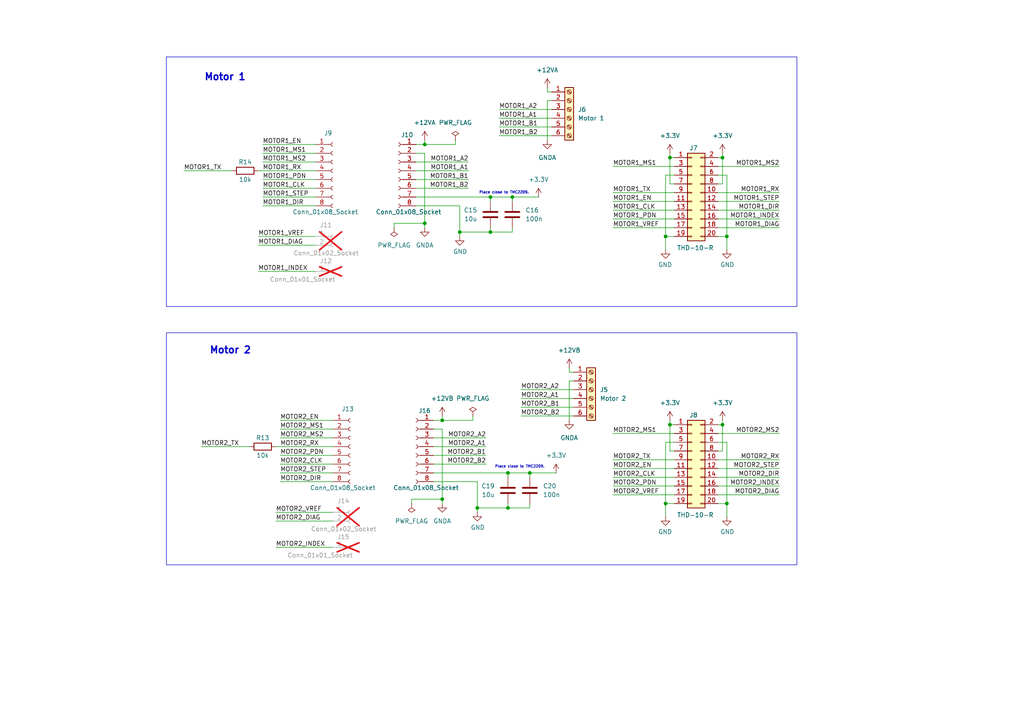
<source format=kicad_sch>
(kicad_sch (version 20250114) (generator "eeschema") (generator_version "9.0")
  (paper "A4")
  (title_block (title "Basic STM32 Redpill") (date "2025-06-20") (rev "0.2") (company "ADS"))
  (lib_symbols
    (symbol "Connector:Conn_01x01_Socket" (pin_names (offset 1.016) (hide yes))
      (property "Reference" "J" (at 0 2.54 0))
      (property "Value" "Conn_01x01_Socket" (at 0 -2.54 0))
      (symbol "Conn_01x01_Socket_1_1"
        (polyline (pts (xy -1.27 0) (xy -0.508 0)) (stroke (width 0.1524)))
        (arc (start 0 -0.508) (mid -0.5058 0) (end 0 0.508) (stroke (width 0.1524)))
        (pin passive line (at -5.08 0 0) (length 3.81) (name "Pin_1") (number "1"))
      )
    )
    (symbol "Connector:Conn_01x02_Socket" (pin_names (offset 1.016) (hide yes))
      (property "Reference" "J" (at 0 2.54 0))
      (property "Value" "Conn_01x02_Socket" (at 0 -5.08 0))
      (symbol "Conn_01x02_Socket_1_1"
        (polyline (pts (xy -1.27 0) (xy -0.508 0)) (stroke (width 0.1524)))
        (polyline (pts (xy -1.27 -2.54) (xy -0.508 -2.54)) (stroke (width 0.1524)))
        (arc (start 0 -0.508) (mid -0.5058 0) (end 0 0.508) (stroke (width 0.1524)))
        (arc (start 0 -3.048) (mid -0.5058 -2.54) (end 0 -2.032) (stroke (width 0.1524)))
        (pin passive line (at -5.08 0 0) (length 3.81) (name "Pin_1") (number "1"))
        (pin passive line (at -5.08 -2.54 0) (length 3.81) (name "Pin_2") (number "2"))
      )
    )
    (symbol "Connector:Conn_01x08_Socket" (pin_names (offset 1.016) (hide yes))
      (property "Reference" "J" (at 0 10.16 0))
      (property "Value" "Conn_01x08_Socket" (at 0 -12.7 0))
      (symbol "Conn_01x08_Socket_1_1"
        (polyline (pts (xy -1.27 7.62) (xy -0.508 7.62)) (stroke (width 0.1524)))
        (polyline (pts (xy -1.27 5.08) (xy -0.508 5.08)) (stroke (width 0.1524)))
        (polyline (pts (xy -1.27 2.54) (xy -0.508 2.54)) (stroke (width 0.1524)))
        (polyline (pts (xy -1.27 0) (xy -0.508 0)) (stroke (width 0.1524)))
        (polyline (pts (xy -1.27 -2.54) (xy -0.508 -2.54)) (stroke (width 0.1524)))
        (polyline (pts (xy -1.27 -5.08) (xy -0.508 -5.08)) (stroke (width 0.1524)))
        (polyline (pts (xy -1.27 -7.62) (xy -0.508 -7.62)) (stroke (width 0.1524)))
        (polyline (pts (xy -1.27 -10.16) (xy -0.508 -10.16)) (stroke (width 0.1524)))
        (arc (start 0 7.112) (mid -0.5058 7.62) (end 0 8.128) (stroke (width 0.1524)))
        (arc (start 0 4.572) (mid -0.5058 5.08) (end 0 5.588) (stroke (width 0.1524)))
        (arc (start 0 2.032) (mid -0.5058 2.54) (end 0 3.048) (stroke (width 0.1524)))
        (arc (start 0 -0.508) (mid -0.5058 0) (end 0 0.508) (stroke (width 0.1524)))
        (arc (start 0 -3.048) (mid -0.5058 -2.54) (end 0 -2.032) (stroke (width 0.1524)))
        (arc (start 0 -5.588) (mid -0.5058 -5.08) (end 0 -4.572) (stroke (width 0.1524)))
        (arc (start 0 -8.128) (mid -0.5058 -7.62) (end 0 -7.112) (stroke (width 0.1524)))
        (arc (start 0 -10.668) (mid -0.5058 -10.16) (end 0 -9.652) (stroke (width 0.1524)))
        (pin passive line (at -5.08 7.62 0) (length 3.81) (name "Pin_1") (number "1"))
        (pin passive line (at -5.08 5.08 0) (length 3.81) (name "Pin_2") (number "2"))
        (pin passive line (at -5.08 2.54 0) (length 3.81) (name "Pin_3") (number "3"))
        (pin passive line (at -5.08 0 0) (length 3.81) (name "Pin_4") (number "4"))
        (pin passive line (at -5.08 -2.54 0) (length 3.81) (name "Pin_5") (number "5"))
        (pin passive line (at -5.08 -5.08 0) (length 3.81) (name "Pin_6") (number "6"))
        (pin passive line (at -5.08 -7.62 0) (length 3.81) (name "Pin_7") (number "7"))
        (pin passive line (at -5.08 -10.16 0) (length 3.81) (name "Pin_8") (number "8"))
      )
    )
    (symbol "Connector:Screw_Terminal_01x06" (pin_names (offset 1.016) (hide yes))
      (property "Reference" "J" (at 0 7.62 0))
      (property "Value" "Screw_Terminal_01x06" (at 0 -10.16 0))
      (symbol "Screw_Terminal_01x06_1_1"
        (rectangle (start -1.27 6.35) (end 1.27 -8.89) (stroke (width 0.254)) (fill (type background)))
        (polyline (pts (xy -0.5334 5.4102) (xy 0.3302 4.572)) (stroke (width 0.1524)))
        (polyline (pts (xy -0.5334 2.8702) (xy 0.3302 2.032)) (stroke (width 0.1524)))
        (polyline (pts (xy -0.5334 0.3302) (xy 0.3302 -0.508)) (stroke (width 0.1524)))
        (polyline (pts (xy -0.5334 -2.2098) (xy 0.3302 -3.048)) (stroke (width 0.1524)))
        (polyline (pts (xy -0.5334 -4.7498) (xy 0.3302 -5.588)) (stroke (width 0.1524)))
        (polyline (pts (xy -0.5334 -7.2898) (xy 0.3302 -8.128)) (stroke (width 0.1524)))
        (polyline (pts (xy -0.3556 5.588) (xy 0.508 4.7498)) (stroke (width 0.1524)))
        (polyline (pts (xy -0.3556 3.048) (xy 0.508 2.2098)) (stroke (width 0.1524)))
        (polyline (pts (xy -0.3556 0.508) (xy 0.508 -0.3302)) (stroke (width 0.1524)))
        (polyline (pts (xy -0.3556 -2.032) (xy 0.508 -2.8702)) (stroke (width 0.1524)))
        (polyline (pts (xy -0.3556 -4.572) (xy 0.508 -5.4102)) (stroke (width 0.1524)))
        (polyline (pts (xy -0.3556 -7.112) (xy 0.508 -7.9502)) (stroke (width 0.1524)))
        (circle (center 0 5.08) (radius 0.635) (stroke (width 0.1524)))
        (circle (center 0 2.54) (radius 0.635) (stroke (width 0.1524)))
        (circle (center 0 0) (radius 0.635) (stroke (width 0.1524)))
        (circle (center 0 -2.54) (radius 0.635) (stroke (width 0.1524)))
        (circle (center 0 -5.08) (radius 0.635) (stroke (width 0.1524)))
        (circle (center 0 -7.62) (radius 0.635) (stroke (width 0.1524)))
        (pin passive line (at -5.08 5.08 0) (length 3.81) (name "Pin_1") (number "1"))
        (pin passive line (at -5.08 2.54 0) (length 3.81) (name "Pin_2") (number "2"))
        (pin passive line (at -5.08 0 0) (length 3.81) (name "Pin_3") (number "3"))
        (pin passive line (at -5.08 -2.54 0) (length 3.81) (name "Pin_4") (number "4"))
        (pin passive line (at -5.08 -5.08 0) (length 3.81) (name "Pin_5") (number "5"))
        (pin passive line (at -5.08 -7.62 0) (length 3.81) (name "Pin_6") (number "6"))
      )
    )
    (symbol "Connector_Generic:Conn_02x10_Odd_Even" (pin_names (offset 1.016) (hide yes))
      (property "Reference" "J" (at 1.27 12.7 0))
      (property "Value" "Conn_02x10_Odd_Even" (at 1.27 -15.24 0))
      (symbol "Conn_02x10_Odd_Even_1_1"
        (rectangle (start -1.27 11.43) (end 3.81 -13.97) (stroke (width 0.254)) (fill (type background)))
        (rectangle (start -1.27 10.287) (end 0 10.033) (stroke (width 0.1524)))
        (rectangle (start -1.27 7.747) (end 0 7.493) (stroke (width 0.1524)))
        (rectangle (start -1.27 5.207) (end 0 4.953) (stroke (width 0.1524)))
        (rectangle (start -1.27 2.667) (end 0 2.413) (stroke (width 0.1524)))
        (rectangle (start -1.27 0.127) (end 0 -0.127) (stroke (width 0.1524)))
        (rectangle (start -1.27 -2.413) (end 0 -2.667) (stroke (width 0.1524)))
        (rectangle (start -1.27 -4.953) (end 0 -5.207) (stroke (width 0.1524)))
        (rectangle (start -1.27 -7.493) (end 0 -7.747) (stroke (width 0.1524)))
        (rectangle (start -1.27 -10.033) (end 0 -10.287) (stroke (width 0.1524)))
        (rectangle (start -1.27 -12.573) (end 0 -12.827) (stroke (width 0.1524)))
        (rectangle (start 3.81 10.287) (end 2.54 10.033) (stroke (width 0.1524)))
        (rectangle (start 3.81 7.747) (end 2.54 7.493) (stroke (width 0.1524)))
        (rectangle (start 3.81 5.207) (end 2.54 4.953) (stroke (width 0.1524)))
        (rectangle (start 3.81 2.667) (end 2.54 2.413) (stroke (width 0.1524)))
        (rectangle (start 3.81 0.127) (end 2.54 -0.127) (stroke (width 0.1524)))
        (rectangle (start 3.81 -2.413) (end 2.54 -2.667) (stroke (width 0.1524)))
        (rectangle (start 3.81 -4.953) (end 2.54 -5.207) (stroke (width 0.1524)))
        (rectangle (start 3.81 -7.493) (end 2.54 -7.747) (stroke (width 0.1524)))
        (rectangle (start 3.81 -10.033) (end 2.54 -10.287) (stroke (width 0.1524)))
        (rectangle (start 3.81 -12.573) (end 2.54 -12.827) (stroke (width 0.1524)))
        (pin passive line (at -5.08 10.16 0) (length 3.81) (name "Pin_1") (number "1"))
        (pin passive line (at -5.08 7.62 0) (length 3.81) (name "Pin_3") (number "3"))
        (pin passive line (at -5.08 5.08 0) (length 3.81) (name "Pin_5") (number "5"))
        (pin passive line (at -5.08 2.54 0) (length 3.81) (name "Pin_7") (number "7"))
        (pin passive line (at -5.08 0 0) (length 3.81) (name "Pin_9") (number "9"))
        (pin passive line (at -5.08 -2.54 0) (length 3.81) (name "Pin_11") (number "11"))
        (pin passive line (at -5.08 -5.08 0) (length 3.81) (name "Pin_13") (number "13"))
        (pin passive line (at -5.08 -7.62 0) (length 3.81) (name "Pin_15") (number "15"))
        (pin passive line (at -5.08 -10.16 0) (length 3.81) (name "Pin_17") (number "17"))
        (pin passive line (at -5.08 -12.7 0) (length 3.81) (name "Pin_19") (number "19"))
        (pin passive line (at 7.62 10.16 180) (length 3.81) (name "Pin_2") (number "2"))
        (pin passive line (at 7.62 7.62 180) (length 3.81) (name "Pin_4") (number "4"))
        (pin passive line (at 7.62 5.08 180) (length 3.81) (name "Pin_6") (number "6"))
        (pin passive line (at 7.62 2.54 180) (length 3.81) (name "Pin_8") (number "8"))
        (pin passive line (at 7.62 0 180) (length 3.81) (name "Pin_10") (number "10"))
        (pin passive line (at 7.62 -2.54 180) (length 3.81) (name "Pin_12") (number "12"))
        (pin passive line (at 7.62 -5.08 180) (length 3.81) (name "Pin_14") (number "14"))
        (pin passive line (at 7.62 -7.62 180) (length 3.81) (name "Pin_16") (number "16"))
        (pin passive line (at 7.62 -10.16 180) (length 3.81) (name "Pin_18") (number "18"))
        (pin passive line (at 7.62 -12.7 180) (length 3.81) (name "Pin_20") (number "20"))
      )
    )
    (symbol "Device:C" (pin_numbers (hide yes)) (pin_names (offset 0.254))
      (property "Reference" "C" (at 0.635 2.54 0))
      (property "Value" "C" (at 0.635 -2.54 0))
      (symbol "C_0_1"
        (polyline (pts (xy -2.032 0.762) (xy 2.032 0.762)) (stroke (width 0.508)))
        (polyline (pts (xy -2.032 -0.762) (xy 2.032 -0.762)) (stroke (width 0.508)))
      )
      (symbol "C_1_1"
        (pin passive line (at 0 3.81 270) (length 2.794) (name "~") (number "1"))
        (pin passive line (at 0 -3.81 90) (length 2.794) (name "~") (number "2"))
      )
    )
    (symbol "Device:R" (pin_numbers (hide yes)) (pin_names (offset 0))
      (property "Reference" "R" (at 2.032 0 90))
      (property "Value" "R" (at 0 0 90))
      (symbol "R_0_1"
        (rectangle (start -1.016 -2.54) (end 1.016 2.54) (stroke (width 0.254)))
      )
      (symbol "R_1_1"
        (pin passive line (at 0 3.81 270) (length 1.27) (name "~") (number "1"))
        (pin passive line (at 0 -3.81 90) (length 1.27) (name "~") (number "2"))
      )
    )
    (symbol "power:+12VA" (power) (pin_numbers (hide yes)) (pin_names (offset 0) (hide yes))
      (property "Value" "+12VA" (at 0 3.556 0))
      (symbol "+12VA_0_1"
        (polyline (pts (xy -0.762 1.27) (xy 0 2.54)))
        (polyline (pts (xy 0 2.54) (xy 0.762 1.27)))
        (polyline (pts (xy 0 0) (xy 0 2.54)))
      )
      (symbol "+12VA_1_1"
        (pin power_in line (at 0 0 90) (length 0) (name "~") (number "1"))
      )
    )
    (symbol "power:+3.3V" (power) (pin_names (offset 0))
      (property "Value" "+3.3V" (at 0 3.556 0))
      (symbol "+3.3V_0_1"
        (polyline (pts (xy -0.762 1.27) (xy 0 2.54)))
        (polyline (pts (xy 0 2.54) (xy 0.762 1.27)))
        (polyline (pts (xy 0 0) (xy 0 2.54)))
      )
      (symbol "+3.3V_1_1"
        (pin power_in line (at 0 0 90) (length 0) (hide yes) (name "+3.3V") (number "1"))
      )
    )
    (symbol "power:GND" (power) (pin_names (offset 0))
      (property "Value" "GND" (at 0 -3.81 0))
      (symbol "GND_0_1"
        (polyline (pts (xy 0 0) (xy 0 -1.27) (xy 1.27 -1.27) (xy 0 -2.54) (xy -1.27 -1.27) (xy 0 -1.27)))
      )
      (symbol "GND_1_1"
        (pin power_in line (at 0 0 270) (length 0) (hide yes) (name "GND") (number "1"))
      )
    )
    (symbol "power:GNDA" (power) (pin_numbers (hide yes)) (pin_names (offset 0) (hide yes))
      (property "Value" "GNDA" (at 0 -3.81 0))
      (symbol "GNDA_0_1"
        (polyline (pts (xy 0 0) (xy 0 -1.27) (xy 1.27 -1.27) (xy 0 -2.54) (xy -1.27 -1.27) (xy 0 -1.27)))
      )
      (symbol "GNDA_1_1"
        (pin power_in line (at 0 0 270) (length 0) (name "~") (number "1"))
      )
    )
    (symbol "power:PWR_FLAG" (power) (pin_numbers (hide yes)) (pin_names (offset 0) (hide yes))
      (property "Value" "PWR_FLAG" (at 0 3.81 0))
      (symbol "PWR_FLAG_0_0"
        (pin power_out line (at 0 0 90) (length 0) (name "~") (number "1"))
      )
      (symbol "PWR_FLAG_0_1"
        (polyline (pts (xy 0 0) (xy 0 1.27) (xy -1.016 1.905) (xy 0 2.54) (xy 1.016 1.905) (xy 0 1.27)))
      )
    )
    (symbol "red_pill:+12VB" (power) (pin_numbers (hide yes)) (pin_names (offset 0) (hide yes))
      (property "Value" "+12VB" (at 0 3.556 0))
      (symbol "+12VB_0_1"
        (polyline (pts (xy -0.762 1.27) (xy 0 2.54)))
        (polyline (pts (xy 0 2.54) (xy 0.762 1.27)))
        (polyline (pts (xy 0 0) (xy 0 2.54)))
      )
      (symbol "+12VB_1_1"
        (pin power_in line (at 0 0 90) (length 0) (name "~") (number "1"))
      )
    )
  )
  (rectangle (start 48.26 96.52) (end 231.14 163.83))
  (rectangle (start 48.26 16.51) (end 231.14 88.9))
  (text "Place close to TMC2209." (at 143.51 135.89 0) (effects (font (size 0.75 0.75)) (justify left bottom)))
  (text "Motor 2" (at 60.706 102.87 0) (effects (font (size 2 2) (thickness 0.4) (bold yes)) (justify left bottom)))
  (text "Motor 1" (at 59.182 23.622 0) (effects (font (size 2 2) (thickness 0.4) (bold yes)) (justify left bottom)))
  (text "Place close to TMC2209." (at 138.938 56.388 0) (effects (font (size 0.75 0.75)) (justify left bottom)))
  (junction (at 194.31 123.19))
  (junction (at 147.32 147.32))
  (junction (at 147.32 137.16))
  (junction (at 128.27 144.78))
  (junction (at 194.31 45.72))
  (junction (at 193.04 146.05))
  (junction (at 193.04 68.58))
  (junction (at 209.55 45.72))
  (junction (at 210.82 68.58))
  (junction (at 209.55 123.19))
  (junction (at 123.19 41.91))
  (junction (at 153.67 137.16))
  (junction (at 148.59 57.15))
  (junction (at 142.24 57.15))
  (junction (at 123.19 64.77))
  (junction (at 128.27 121.92))
  (junction (at 142.24 67.31))
  (junction (at 138.43 147.32))
  (junction (at 210.82 146.05))
  (junction (at 133.35 67.31))
  (wire (pts (xy 120.65 57.15) (xy 142.24 57.15)))
  (wire (pts (xy 148.59 57.15) (xy 148.59 58.42)))
  (wire (pts (xy 123.19 64.77) (xy 123.19 44.45)))
  (wire (pts (xy 210.82 149.86) (xy 210.82 146.05)))
  (wire (pts (xy 195.58 53.34) (xy 194.31 53.34)))
  (wire (pts (xy 209.55 123.19) (xy 209.55 130.81)))
  (wire (pts (xy 165.1 106.68) (xy 165.1 107.95)))
  (wire (pts (xy 208.28 55.88) (xy 226.06 55.88)))
  (wire (pts (xy 148.59 57.15) (xy 156.21 57.15)))
  (wire (pts (xy 125.73 127) (xy 140.97 127)))
  (wire (pts (xy 58.42 129.54) (xy 72.39 129.54)))
  (wire (pts (xy 81.28 134.62) (xy 96.52 134.62)))
  (wire (pts (xy 153.67 137.16) (xy 161.29 137.16)))
  (wire (pts (xy 165.1 110.49) (xy 166.37 110.49)))
  (wire (pts (xy 120.65 46.99) (xy 135.89 46.99)))
  (wire (pts (xy 133.35 59.69) (xy 120.65 59.69)))
  (wire (pts (xy 210.82 72.39) (xy 210.82 68.58)))
  (wire (pts (xy 96.52 148.59) (xy 80.01 148.59)))
  (wire (pts (xy 153.67 146.05) (xy 153.67 147.32)))
  (wire (pts (xy 165.1 107.95) (xy 166.37 107.95)))
  (wire (pts (xy 208.28 60.96) (xy 226.06 60.96)))
  (wire (pts (xy 114.3 64.77) (xy 123.19 64.77)))
  (wire (pts (xy 125.73 134.62) (xy 140.97 134.62)))
  (wire (pts (xy 193.04 68.58) (xy 193.04 72.39)))
  (wire (pts (xy 208.28 63.5) (xy 226.06 63.5)))
  (wire (pts (xy 194.31 123.19) (xy 195.58 123.19)))
  (wire (pts (xy 96.52 151.13) (xy 80.01 151.13)))
  (wire (pts (xy 76.2 57.15) (xy 91.44 57.15)))
  (wire (pts (xy 81.28 132.08) (xy 96.52 132.08)))
  (wire (pts (xy 208.28 138.43) (xy 226.06 138.43)))
  (wire (pts (xy 158.75 40.64) (xy 158.75 29.21)))
  (wire (pts (xy 96.52 158.75) (xy 80.01 158.75)))
  (wire (pts (xy 76.2 44.45) (xy 91.44 44.45)))
  (wire (pts (xy 194.31 121.92) (xy 194.31 123.19)))
  (wire (pts (xy 177.8 140.97) (xy 195.58 140.97)))
  (wire (pts (xy 138.43 147.32) (xy 138.43 139.7)))
  (wire (pts (xy 147.32 147.32) (xy 138.43 147.32)))
  (wire (pts (xy 142.24 67.31) (xy 133.35 67.31)))
  (wire (pts (xy 147.32 137.16) (xy 153.67 137.16)))
  (wire (pts (xy 177.8 63.5) (xy 195.58 63.5)))
  (wire (pts (xy 144.78 39.37) (xy 160.02 39.37)))
  (wire (pts (xy 177.8 66.04) (xy 195.58 66.04)))
  (wire (pts (xy 76.2 54.61) (xy 91.44 54.61)))
  (wire (pts (xy 142.24 66.04) (xy 142.24 67.31)))
  (wire (pts (xy 208.28 123.19) (xy 209.55 123.19)))
  (wire (pts (xy 208.28 48.26) (xy 226.06 48.26)))
  (wire (pts (xy 81.28 124.46) (xy 96.52 124.46)))
  (wire (pts (xy 138.43 139.7) (xy 125.73 139.7)))
  (wire (pts (xy 209.55 45.72) (xy 209.55 53.34)))
  (wire (pts (xy 132.08 40.64) (xy 132.08 41.91)))
  (wire (pts (xy 208.28 53.34) (xy 209.55 53.34)))
  (wire (pts (xy 114.3 66.04) (xy 114.3 64.77)))
  (wire (pts (xy 208.28 143.51) (xy 226.06 143.51)))
  (wire (pts (xy 194.31 45.72) (xy 195.58 45.72)))
  (wire (pts (xy 147.32 146.05) (xy 147.32 147.32)))
  (wire (pts (xy 209.55 45.72) (xy 209.55 44.45)))
  (wire (pts (xy 210.82 50.8) (xy 208.28 50.8)))
  (wire (pts (xy 81.28 139.7) (xy 96.52 139.7)))
  (wire (pts (xy 208.28 68.58) (xy 210.82 68.58)))
  (wire (pts (xy 120.65 49.53) (xy 135.89 49.53)))
  (wire (pts (xy 193.04 50.8) (xy 193.04 68.58)))
  (wire (pts (xy 142.24 57.15) (xy 142.24 58.42)))
  (wire (pts (xy 208.28 66.04) (xy 226.06 66.04)))
  (wire (pts (xy 120.65 52.07) (xy 135.89 52.07)))
  (wire (pts (xy 208.28 135.89) (xy 226.06 135.89)))
  (wire (pts (xy 208.28 45.72) (xy 209.55 45.72)))
  (wire (pts (xy 120.65 54.61) (xy 135.89 54.61)))
  (wire (pts (xy 76.2 52.07) (xy 91.44 52.07)))
  (wire (pts (xy 96.52 127) (xy 81.28 127)))
  (wire (pts (xy 177.8 58.42) (xy 195.58 58.42)))
  (wire (pts (xy 137.16 120.65) (xy 137.16 121.92)))
  (wire (pts (xy 74.93 49.53) (xy 91.44 49.53)))
  (wire (pts (xy 119.38 146.05) (xy 119.38 144.78)))
  (wire (pts (xy 119.38 144.78) (xy 128.27 144.78)))
  (wire (pts (xy 125.73 121.92) (xy 128.27 121.92)))
  (wire (pts (xy 158.75 26.67) (xy 160.02 26.67)))
  (wire (pts (xy 128.27 124.46) (xy 125.73 124.46)))
  (wire (pts (xy 193.04 68.58) (xy 195.58 68.58)))
  (wire (pts (xy 91.44 71.12) (xy 74.93 71.12)))
  (wire (pts (xy 144.78 31.75) (xy 160.02 31.75)))
  (wire (pts (xy 80.01 129.54) (xy 96.52 129.54)))
  (wire (pts (xy 177.8 135.89) (xy 195.58 135.89)))
  (wire (pts (xy 128.27 121.92) (xy 137.16 121.92)))
  (wire (pts (xy 144.78 36.83) (xy 160.02 36.83)))
  (wire (pts (xy 123.19 41.91) (xy 123.19 40.64)))
  (wire (pts (xy 194.31 44.45) (xy 194.31 45.72)))
  (wire (pts (xy 210.82 128.27) (xy 208.28 128.27)))
  (wire (pts (xy 151.13 120.65) (xy 166.37 120.65)))
  (wire (pts (xy 195.58 50.8) (xy 193.04 50.8)))
  (wire (pts (xy 209.55 123.19) (xy 209.55 121.92)))
  (wire (pts (xy 91.44 78.74) (xy 74.93 78.74)))
  (wire (pts (xy 158.75 25.4) (xy 158.75 26.67)))
  (wire (pts (xy 53.34 49.53) (xy 67.31 49.53)))
  (wire (pts (xy 208.28 130.81) (xy 209.55 130.81)))
  (wire (pts (xy 193.04 128.27) (xy 193.04 146.05)))
  (wire (pts (xy 177.8 125.73) (xy 195.58 125.73)))
  (wire (pts (xy 208.28 58.42) (xy 226.06 58.42)))
  (wire (pts (xy 123.19 44.45) (xy 120.65 44.45)))
  (wire (pts (xy 133.35 68.58) (xy 133.35 67.31)))
  (wire (pts (xy 208.28 146.05) (xy 210.82 146.05)))
  (wire (pts (xy 193.04 146.05) (xy 195.58 146.05)))
  (wire (pts (xy 177.8 55.88) (xy 195.58 55.88)))
  (wire (pts (xy 81.28 137.16) (xy 96.52 137.16)))
  (wire (pts (xy 144.78 34.29) (xy 160.02 34.29)))
  (wire (pts (xy 165.1 121.92) (xy 165.1 110.49)))
  (wire (pts (xy 210.82 146.05) (xy 210.82 128.27)))
  (wire (pts (xy 128.27 144.78) (xy 128.27 124.46)))
  (wire (pts (xy 208.28 140.97) (xy 226.06 140.97)))
  (wire (pts (xy 177.8 60.96) (xy 195.58 60.96)))
  (wire (pts (xy 195.58 128.27) (xy 193.04 128.27)))
  (wire (pts (xy 151.13 115.57) (xy 166.37 115.57)))
  (wire (pts (xy 194.31 123.19) (xy 194.31 130.81)))
  (wire (pts (xy 125.73 132.08) (xy 140.97 132.08)))
  (wire (pts (xy 153.67 137.16) (xy 153.67 138.43)))
  (wire (pts (xy 153.67 147.32) (xy 147.32 147.32)))
  (wire (pts (xy 81.28 121.92) (xy 96.52 121.92)))
  (wire (pts (xy 177.8 143.51) (xy 195.58 143.51)))
  (wire (pts (xy 125.73 137.16) (xy 147.32 137.16)))
  (wire (pts (xy 128.27 146.05) (xy 128.27 144.78)))
  (wire (pts (xy 133.35 67.31) (xy 133.35 59.69)))
  (wire (pts (xy 91.44 68.58) (xy 74.93 68.58)))
  (wire (pts (xy 151.13 118.11) (xy 166.37 118.11)))
  (wire (pts (xy 193.04 146.05) (xy 193.04 149.86)))
  (wire (pts (xy 210.82 68.58) (xy 210.82 50.8)))
  (wire (pts (xy 208.28 125.73) (xy 226.06 125.73)))
  (wire (pts (xy 148.59 66.04) (xy 148.59 67.31)))
  (wire (pts (xy 123.19 66.04) (xy 123.19 64.77)))
  (wire (pts (xy 147.32 137.16) (xy 147.32 138.43)))
  (wire (pts (xy 123.19 41.91) (xy 132.08 41.91)))
  (wire (pts (xy 177.8 48.26) (xy 195.58 48.26)))
  (wire (pts (xy 158.75 29.21) (xy 160.02 29.21)))
  (wire (pts (xy 120.65 41.91) (xy 123.19 41.91)))
  (wire (pts (xy 177.8 138.43) (xy 195.58 138.43)))
  (wire (pts (xy 125.73 129.54) (xy 140.97 129.54)))
  (wire (pts (xy 177.8 133.35) (xy 195.58 133.35)))
  (wire (pts (xy 142.24 57.15) (xy 148.59 57.15)))
  (wire (pts (xy 76.2 59.69) (xy 91.44 59.69)))
  (wire (pts (xy 208.28 133.35) (xy 226.06 133.35)))
  (wire (pts (xy 128.27 121.92) (xy 128.27 120.65)))
  (wire (pts (xy 151.13 113.03) (xy 166.37 113.03)))
  (wire (pts (xy 148.59 67.31) (xy 142.24 67.31)))
  (wire (pts (xy 76.2 41.91) (xy 91.44 41.91)))
  (wire (pts (xy 91.44 46.99) (xy 76.2 46.99)))
  (wire (pts (xy 138.43 148.59) (xy 138.43 147.32)))
  (wire (pts (xy 194.31 45.72) (xy 194.31 53.34)))
  (wire (pts (xy 195.58 130.81) (xy 194.31 130.81)))
  (label "MOTOR1_CLK" (at 76.2 54.61 0))
  (label "MOTOR1_B1" (at 144.78 36.83 0))
  (label "MOTOR1_INDEX" (at 226.06 63.5 180))
  (label "MOTOR1_RX" (at 76.2 49.53 0))
  (label "MOTOR1_STEP" (at 76.2 57.15 0))
  (label "MOTOR2_INDEX" (at 80.01 158.75 0))
  (label "MOTOR1_VREF" (at 177.8 66.04 0))
  (label "MOTOR2_MS2" (at 81.28 127 0))
  (label "MOTOR2_DIAG" (at 226.06 143.51 180))
  (label "MOTOR1_MS1" (at 76.2 44.45 0))
  (label "MOTOR2_B2" (at 151.13 120.65 0))
  (label "MOTOR1_CLK" (at 177.8 60.96 0))
  (label "MOTOR2_CLK" (at 177.8 138.43 0))
  (label "MOTOR1_MS2" (at 76.2 46.99 0))
  (label "MOTOR2_MS1" (at 177.8 125.73 0))
  (label "MOTOR1_DIR" (at 76.2 59.69 0))
  (label "MOTOR1_TX" (at 177.8 55.88 0))
  (label "MOTOR2_PDN" (at 81.28 132.08 0))
  (label "MOTOR2_A1" (at 151.13 115.57 0))
  (label "MOTOR2_VREF" (at 177.8 143.51 0))
  (label "MOTOR2_DIR" (at 81.28 139.7 0))
  (label "MOTOR1_A1" (at 144.78 34.29 0))
  (label "MOTOR2_MS2" (at 226.06 125.73 180))
  (label "MOTOR2_MS1" (at 81.28 124.46 0))
  (label "MOTOR2_A1" (at 140.97 129.54 180))
  (label "MOTOR1_MS2" (at 226.06 48.26 180))
  (label "MOTOR2_DIAG" (at 80.01 151.13 0))
  (label "MOTOR2_CLK" (at 81.28 134.62 0))
  (label "MOTOR2_DIR" (at 226.06 138.43 180))
  (label "MOTOR1_MS1" (at 177.8 48.26 0))
  (label "MOTOR2_A2" (at 151.13 113.03 0))
  (label "MOTOR2_RX" (at 226.06 133.35 180))
  (label "MOTOR2_A2" (at 140.97 127 180))
  (label "MOTOR1_A2" (at 144.78 31.75 0))
  (label "MOTOR1_DIAG" (at 74.93 71.12 0))
  (label "MOTOR1_DIAG" (at 226.06 66.04 180))
  (label "MOTOR2_TX" (at 177.8 133.35 0))
  (label "MOTOR2_STEP" (at 226.06 135.89 180))
  (label "MOTOR1_DIR" (at 226.06 60.96 180))
  (label "MOTOR2_B1" (at 140.97 132.08 180))
  (label "MOTOR1_B2" (at 135.89 54.61 180))
  (label "MOTOR2_VREF" (at 80.01 148.59 0))
  (label "MOTOR2_INDEX" (at 226.06 140.97 180))
  (label "MOTOR2_RX" (at 81.28 129.54 0))
  (label "MOTOR2_EN" (at 81.28 121.92 0))
  (label "MOTOR2_B1" (at 151.13 118.11 0))
  (label "MOTOR1_STEP" (at 226.06 58.42 180))
  (label "MOTOR1_PDN" (at 177.8 63.5 0))
  (label "MOTOR1_A1" (at 135.89 49.53 180))
  (label "MOTOR1_VREF" (at 74.93 68.58 0))
  (label "MOTOR1_A2" (at 135.89 46.99 180))
  (label "MOTOR1_RX" (at 226.06 55.88 180))
  (label "MOTOR2_EN" (at 177.8 135.89 0))
  (label "MOTOR1_B1" (at 135.89 52.07 180))
  (label "MOTOR2_PDN" (at 177.8 140.97 0))
  (label "MOTOR2_STEP" (at 81.28 137.16 0))
  (label "MOTOR1_TX" (at 53.34 49.53 0))
  (label "MOTOR1_INDEX" (at 74.93 78.74 0))
  (label "MOTOR1_EN" (at 177.8 58.42 0))
  (label "MOTOR2_B2" (at 140.97 134.62 180))
  (label "MOTOR1_PDN" (at 76.2 52.07 0))
  (label "MOTOR1_B2" (at 144.78 39.37 0))
  (label "MOTOR1_EN" (at 76.2 41.91 0))
  (label "MOTOR2_TX" (at 58.42 129.54 0))
  (symbol (lib_id "Device:C") (at 153.67 142.24 0) (unit 1)
    (property "Reference" "C20" (at 157.48 140.97 0) (effects (justify left)))
    (property "Value" "100n" (at 157.48 143.51 0) (effects (justify left)))
    (property "Footprint" "Capacitor_SMD:C_0402_1005Metric" (effects (hide yes)))
  )
  (symbol (lib_id "Connector:Conn_01x01_Socket") (at 96.52 78.74 0) (unit 1) (dnp yes)
    (property "Reference" "J12" (at 92.71 75.692 0) (effects (justify left)))
    (property "Value" "Conn_01x01_Socket" (at 78.232 81.026 0) (effects (justify left)))
    (property "Footprint" "Connector_PinSocket_2.54mm:PinSocket_1x01_P2.54mm_Vertical" (effects (hide yes)))
    (property "Description" "Generic connector, single row, 01x01, script generated" (effects (hide yes)))
  )
  (symbol (lib_id "Device:C") (at 147.32 142.24 0) (mirror y) (unit 1)
    (property "Reference" "C19" (at 143.51 140.97 0) (effects (justify left)))
    (property "Value" "10u" (at 143.51 143.51 0) (effects (justify left)))
    (property "Footprint" "Capacitor_SMD:C_0603_1608Metric" (effects (hide yes)))
  )
  (symbol (lib_id "power:+3.3V") (at 194.31 121.92 0) (mirror y) (unit 1)
    (property "Reference" "#PWR047" (effects (hide yes)))
    (property "Value" "+3.3V" (at 194.31 116.84 0))
  )
  (symbol (lib_id "Connector:Conn_01x02_Socket") (at 101.6 148.59 0) (unit 1) (dnp yes)
    (property "Reference" "J14" (at 97.79 145.288 0) (effects (justify left)))
    (property "Value" "Conn_01x02_Socket" (at 90.17 153.416 0) (effects (justify left)))
    (property "Footprint" "Connector_PinSocket_2.54mm:PinSocket_1x02_P2.54mm_Vertical" (effects (hide yes)))
    (property "Description" "Generic connector, single row, 01x02, script generated" (effects (hide yes)))
  )
  (symbol (lib_id "power:PWR_FLAG") (at 137.16 120.65 0) (unit 1)
    (property "Reference" "#FLG07" (effects (hide yes)))
    (property "Value" "PWR_FLAG" (at 137.16 115.57 0))
    (property "Description" "Special symbol for telling ERC where power comes from" (effects (hide yes)))
  )
  (symbol (lib_id "power:GNDA") (at 158.75 40.64 0) (unit 1)
    (property "Reference" "#PWR037" (effects (hide yes)))
    (property "Value" "GNDA" (at 158.75 45.72 0))
    (property "Description" "Power symbol creates a global label with name \"GNDA\" , analog ground" (effects (hide yes)))
  )
  (symbol (lib_id "power:+3.3V") (at 156.21 57.15 0) (unit 1)
    (property "Reference" "#PWR052" (effects (hide yes)))
    (property "Value" "+3.3V" (at 156.21 52.07 0))
  )
  (symbol (lib_id "Device:R") (at 71.12 49.53 90) (unit 1)
    (property "Reference" "R14" (at 71.12 46.99 90))
    (property "Value" "10k" (at 71.12 52.07 90))
    (property "Footprint" "Resistor_SMD:R_0402_1005Metric" (effects (hide yes)))
  )
  (symbol (lib_id "red_pill:+12VB") (at 128.27 120.65 0) (unit 1)
    (property "Reference" "#PWR032" (effects (hide yes)))
    (property "Value" "+12VB" (at 128.27 115.57 0))
    (property "Description" "Power symbol creates a global label with name \"+12VA\"" (effects (hide yes)))
  )
  (symbol (lib_id "Connector:Screw_Terminal_01x06") (at 171.45 113.03 0) (unit 1)
    (property "Reference" "J5" (at 173.99 113.0299 0) (effects (justify left)))
    (property "Value" "Motor 2" (at 173.99 115.5699 0) (effects (justify left)))
    (property "Footprint" "TerminalBlock:TerminalBlock_Xinya_XY308-2.54-6P_1x06_P2.54mm_Horizontal" (effects (hide yes)))
    (property "Description" "Generic screw terminal, single row, 01x06, script generated (kicad-library-utils/schlib/autogen/connector/)" (effects (hide yes)))
  )
  (symbol (lib_id "power:GND") (at 210.82 72.39 0) (unit 1)
    (property "Reference" "#PWR044" (effects (hide yes)))
    (property "Value" "GND" (at 210.947 76.7842 0))
    (property "Description" "Power symbol creates a global label with name \"GND\" , ground" (effects (hide yes)))
  )
  (symbol (lib_id "Device:C") (at 142.24 62.23 0) (mirror y) (unit 1)
    (property "Reference" "C15" (at 138.43 60.96 0) (effects (justify left)))
    (property "Value" "10u" (at 138.43 63.5 0) (effects (justify left)))
    (property "Footprint" "Capacitor_SMD:C_0603_1608Metric" (effects (hide yes)))
  )
  (symbol (lib_id "power:+3.3V") (at 161.29 137.16 0) (unit 1)
    (property "Reference" "#PWR057" (effects (hide yes)))
    (property "Value" "+3.3V" (at 161.29 132.08 0))
  )
  (symbol (lib_id "Connector:Conn_01x08_Socket") (at 101.6 129.54 0) (unit 1)
    (property "Reference" "J13" (at 99.06 118.618 0) (effects (justify left)))
    (property "Value" "Conn_01x08_Socket" (at 89.916 141.478 0) (effects (justify left)))
    (property "Footprint" "Connector_PinSocket_2.54mm:PinSocket_1x08_P2.54mm_Vertical" (effects (hide yes)))
    (property "Description" "Generic connector, single row, 01x08, script generated" (effects (hide yes)))
  )
  (symbol (lib_id "red_pill:+12VB") (at 165.1 106.68 0) (unit 1)
    (property "Reference" "#PWR033" (effects (hide yes)))
    (property "Value" "+12VB" (at 165.1 101.6 0))
    (property "Description" "Power symbol creates a global label with name \"+12VA\"" (effects (hide yes)))
  )
  (symbol (lib_id "power:+12VA") (at 123.19 40.64 0) (unit 1)
    (property "Reference" "#PWR050" (effects (hide yes)))
    (property "Value" "+12VA" (at 123.19 35.56 0))
    (property "Description" "Power symbol creates a global label with name \"+12VA\"" (effects (hide yes)))
  )
  (symbol (lib_id "power:GNDA") (at 123.19 66.04 0) (unit 1)
    (property "Reference" "#PWR051" (effects (hide yes)))
    (property "Value" "GNDA" (at 123.19 71.12 0))
    (property "Description" "Power symbol creates a global label with name \"GNDA\" , analog ground" (effects (hide yes)))
  )
  (symbol (lib_id "power:GND") (at 193.04 149.86 0) (mirror y) (unit 1)
    (property "Reference" "#PWR046" (effects (hide yes)))
    (property "Value" "GND" (at 192.913 154.2542 0))
    (property "Description" "Power symbol creates a global label with name \"GND\" , ground" (effects (hide yes)))
  )
  (symbol (lib_id "power:GND") (at 133.35 68.58 0) (unit 1)
    (property "Reference" "#PWR053" (effects (hide yes)))
    (property "Value" "GND" (at 133.477 72.9742 0))
    (property "Description" "Power symbol creates a global label with name \"GND\" , ground" (effects (hide yes)))
  )
  (symbol (lib_id "power:PWR_FLAG") (at 119.38 146.05 180) (unit 1)
    (property "Reference" "#FLG09" (effects (hide yes)))
    (property "Value" "PWR_FLAG" (at 119.38 151.13 0))
    (property "Description" "Special symbol for telling ERC where power comes from" (effects (hide yes)))
  )
  (symbol (lib_id "power:GND") (at 193.04 72.39 0) (mirror y) (unit 1)
    (property "Reference" "#PWR043" (effects (hide yes)))
    (property "Value" "GND" (at 192.913 76.7842 0))
    (property "Description" "Power symbol creates a global label with name \"GND\" , ground" (effects (hide yes)))
  )
  (symbol (lib_id "power:+3.3V") (at 209.55 44.45 0) (unit 1)
    (property "Reference" "#PWR045" (effects (hide yes)))
    (property "Value" "+3.3V" (at 209.55 39.37 0))
  )
  (symbol (lib_id "Connector:Conn_01x01_Socket") (at 101.6 158.75 0) (unit 1) (dnp yes)
    (property "Reference" "J15" (at 97.79 155.702 0) (effects (justify left)))
    (property "Value" "Conn_01x01_Socket" (at 83.312 161.036 0) (effects (justify left)))
    (property "Footprint" "Connector_PinSocket_2.54mm:PinSocket_1x01_P2.54mm_Vertical" (effects (hide yes)))
    (property "Description" "Generic connector, single row, 01x01, script generated" (effects (hide yes)))
  )
  (symbol (lib_id "Connector:Conn_01x08_Socket") (at 115.57 49.53 0) (mirror y) (unit 1)
    (property "Reference" "J10" (at 119.888 39.116 0) (effects (justify left)))
    (property "Value" "Conn_01x08_Socket" (at 128.016 61.468 0) (effects (justify left)))
    (property "Footprint" "Connector_PinSocket_2.54mm:PinSocket_1x08_P2.54mm_Vertical" (effects (hide yes)))
    (property "Description" "Generic connector, single row, 01x08, script generated" (effects (hide yes)))
  )
  (symbol (lib_id "power:PWR_FLAG") (at 132.08 40.64 0) (unit 1)
    (property "Reference" "#FLG06" (effects (hide yes)))
    (property "Value" "PWR_FLAG" (at 132.08 35.56 0))
    (property "Description" "Special symbol for telling ERC where power comes from" (effects (hide yes)))
  )
  (symbol (lib_id "power:GND") (at 210.82 149.86 0) (unit 1)
    (property "Reference" "#PWR049" (effects (hide yes)))
    (property "Value" "GND" (at 210.947 154.2542 0))
    (property "Description" "Power symbol creates a global label with name \"GND\" , ground" (effects (hide yes)))
  )
  (symbol (lib_id "Connector:Conn_01x08_Socket") (at 120.65 129.54 0) (mirror y) (unit 1)
    (property "Reference" "J16" (at 124.968 119.126 0) (effects (justify left)))
    (property "Value" "Conn_01x08_Socket" (at 133.096 141.478 0) (effects (justify left)))
    (property "Footprint" "Connector_PinSocket_2.54mm:PinSocket_1x08_P2.54mm_Vertical" (effects (hide yes)))
    (property "Description" "Generic connector, single row, 01x08, script generated" (effects (hide yes)))
  )
  (symbol (lib_id "Connector_Generic:Conn_02x10_Odd_Even") (at 200.66 133.35 0) (unit 1)
    (property "Reference" "J8" (at 201.168 120.396 0))
    (property "Value" "THD-10-R" (at 201.676 149.352 0))
    (property "Footprint" "Connector_PinHeader_2.54mm:PinHeader_2x10_P2.54mm_Vertical" (effects (hide yes)))
    (property "Description" "Generic connector, double row, 02x10, odd/even pin numbering scheme (row 1 odd numbers, row 2 even numbers), script generated (kicad-library-utils/schlib/autogen/connector/)" (effects (hide yes)))
    (property "Field4" "Toby" (effects (hide yes)))
    (property "Field5" "THD-20-R" (effects (hide yes)))
    (property "Field6" "THD-20-R" (effects (hide yes)))
    (property "Field7" "Toby" (effects (hide yes)))
    (property "Field8" "UCON00511" (effects (hide yes)))
    (property "Part Description" "PinHeader_2x20_P2.54mm_Vertical" (effects (hide yes)))
  )
  (symbol (lib_id "power:+3.3V") (at 194.31 44.45 0) (mirror y) (unit 1)
    (property "Reference" "#PWR042" (effects (hide yes)))
    (property "Value" "+3.3V" (at 194.31 39.37 0))
  )
  (symbol (lib_id "Connector_Generic:Conn_02x10_Odd_Even") (at 200.66 55.88 0) (unit 1)
    (property "Reference" "J7" (at 201.168 42.926 0))
    (property "Value" "THD-10-R" (at 201.676 71.882 0))
    (property "Footprint" "Connector_PinHeader_2.54mm:PinHeader_2x10_P2.54mm_Vertical" (effects (hide yes)))
    (property "Description" "Generic connector, double row, 02x10, odd/even pin numbering scheme (row 1 odd numbers, row 2 even numbers), script generated (kicad-library-utils/schlib/autogen/connector/)" (effects (hide yes)))
    (property "Field4" "Toby" (effects (hide yes)))
    (property "Field5" "THD-20-R" (effects (hide yes)))
    (property "Field6" "THD-20-R" (effects (hide yes)))
    (property "Field7" "Toby" (effects (hide yes)))
    (property "Field8" "UCON00511" (effects (hide yes)))
    (property "Part Description" "PinHeader_2x20_P2.54mm_Vertical" (effects (hide yes)))
  )
  (symbol (lib_id "power:PWR_FLAG") (at 114.3 66.04 180) (unit 1)
    (property "Reference" "#FLG08" (effects (hide yes)))
    (property "Value" "PWR_FLAG" (at 114.3 71.12 0))
    (property "Description" "Special symbol for telling ERC where power comes from" (effects (hide yes)))
  )
  (symbol (lib_id "Device:C") (at 148.59 62.23 0) (unit 1)
    (property "Reference" "C16" (at 152.4 60.96 0) (effects (justify left)))
    (property "Value" "100n" (at 152.4 63.5 0) (effects (justify left)))
    (property "Footprint" "Capacitor_SMD:C_0402_1005Metric" (effects (hide yes)))
  )
  (symbol (lib_id "Connector:Conn_01x02_Socket") (at 96.52 68.58 0) (unit 1) (dnp yes)
    (property "Reference" "J11" (at 92.71 65.278 0) (effects (justify left)))
    (property "Value" "Conn_01x02_Socket" (at 85.09 73.406 0) (effects (justify left)))
    (property "Footprint" "Connector_PinSocket_2.54mm:PinSocket_1x02_P2.54mm_Vertical" (effects (hide yes)))
    (property "Description" "Generic connector, single row, 01x02, script generated" (effects (hide yes)))
  )
  (symbol (lib_id "Connector:Screw_Terminal_01x06") (at 165.1 31.75 0) (unit 1)
    (property "Reference" "J6" (at 167.64 31.7499 0) (effects (justify left)))
    (property "Value" "Motor 1" (at 167.64 34.2899 0) (effects (justify left)))
    (property "Footprint" "TerminalBlock:TerminalBlock_Xinya_XY308-2.54-6P_1x06_P2.54mm_Horizontal" (effects (hide yes)))
    (property "Description" "Generic screw terminal, single row, 01x06, script generated (kicad-library-utils/schlib/autogen/connector/)" (effects (hide yes)))
  )
  (symbol (lib_id "Device:R") (at 76.2 129.54 90) (unit 1)
    (property "Reference" "R13" (at 76.2 127 90))
    (property "Value" "10k" (at 76.2 132.08 90))
    (property "Footprint" "Resistor_SMD:R_0402_1005Metric" (effects (hide yes)))
  )
  (symbol (lib_id "power:+12VA") (at 158.75 25.4 0) (unit 1)
    (property "Reference" "#PWR038" (effects (hide yes)))
    (property "Value" "+12VA" (at 158.75 20.32 0))
    (property "Description" "Power symbol creates a global label with name \"+12VA\"" (effects (hide yes)))
  )
  (symbol (lib_id "power:GNDA") (at 128.27 146.05 0) (unit 1)
    (property "Reference" "#PWR055" (effects (hide yes)))
    (property "Value" "GNDA" (at 128.27 151.13 0))
    (property "Description" "Power symbol creates a global label with name \"GNDA\" , analog ground" (effects (hide yes)))
  )
  (symbol (lib_id "power:+3.3V") (at 209.55 121.92 0) (unit 1)
    (property "Reference" "#PWR048" (effects (hide yes)))
    (property "Value" "+3.3V" (at 209.55 116.84 0))
  )
  (symbol (lib_id "power:GNDA") (at 165.1 121.92 0) (unit 1)
    (property "Reference" "#PWR059" (effects (hide yes)))
    (property "Value" "GNDA" (at 165.1 127 0))
    (property "Description" "Power symbol creates a global label with name \"GNDA\" , analog ground" (effects (hide yes)))
  )
  (symbol (lib_id "Connector:Conn_01x08_Socket") (at 96.52 49.53 0) (unit 1)
    (property "Reference" "J9" (at 93.98 38.608 0) (effects (justify left)))
    (property "Value" "Conn_01x08_Socket" (at 84.836 61.468 0) (effects (justify left)))
    (property "Footprint" "Connector_PinSocket_2.54mm:PinSocket_1x08_P2.54mm_Vertical" (effects (hide yes)))
    (property "Description" "Generic connector, single row, 01x08, script generated" (effects (hide yes)))
  )
  (symbol (lib_id "power:GND") (at 138.43 148.59 0) (unit 1)
    (property "Reference" "#PWR056" (effects (hide yes)))
    (property "Value" "GND" (at 138.557 152.9842 0))
    (property "Description" "Power symbol creates a global label with name \"GND\" , ground" (effects (hide yes)))
  )
)
</source>
